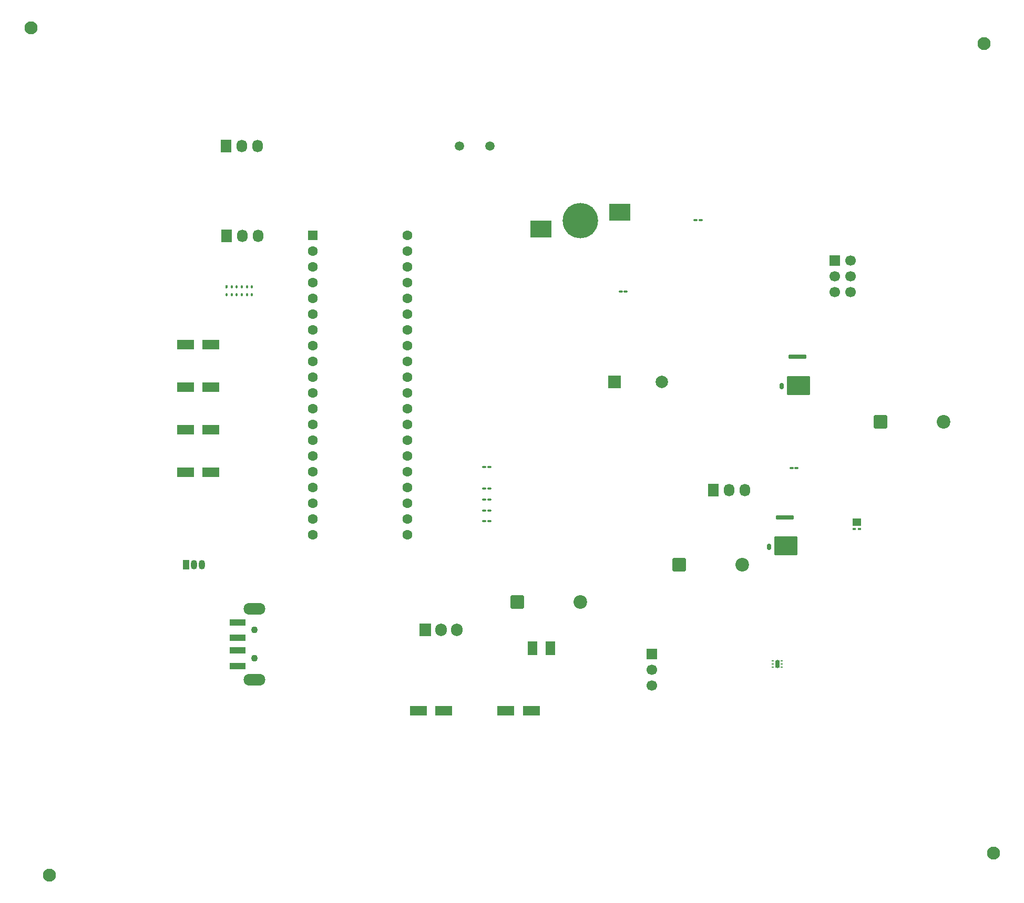
<source format=gbr>
%TF.GenerationSoftware,KiCad,Pcbnew,9.0.2*%
%TF.CreationDate,2025-05-15T00:42:05-04:00*%
%TF.ProjectId,ProjectScematic_PCBv2,50726f6a-6563-4745-9363-656d61746963,rev?*%
%TF.SameCoordinates,Original*%
%TF.FileFunction,Soldermask,Top*%
%TF.FilePolarity,Negative*%
%FSLAX46Y46*%
G04 Gerber Fmt 4.6, Leading zero omitted, Abs format (unit mm)*
G04 Created by KiCad (PCBNEW 9.0.2) date 2025-05-15 00:42:05*
%MOMM*%
%LPD*%
G01*
G04 APERTURE LIST*
G04 Aperture macros list*
%AMRoundRect*
0 Rectangle with rounded corners*
0 $1 Rounding radius*
0 $2 $3 $4 $5 $6 $7 $8 $9 X,Y pos of 4 corners*
0 Add a 4 corners polygon primitive as box body*
4,1,4,$2,$3,$4,$5,$6,$7,$8,$9,$2,$3,0*
0 Add four circle primitives for the rounded corners*
1,1,$1+$1,$2,$3*
1,1,$1+$1,$4,$5*
1,1,$1+$1,$6,$7*
1,1,$1+$1,$8,$9*
0 Add four rect primitives between the rounded corners*
20,1,$1+$1,$2,$3,$4,$5,0*
20,1,$1+$1,$4,$5,$6,$7,0*
20,1,$1+$1,$6,$7,$8,$9,0*
20,1,$1+$1,$8,$9,$2,$3,0*%
%AMOutline5P*
0 Free polygon, 5 corners , with rotation*
0 The origin of the aperture is its center*
0 number of corners: always 5*
0 $1 to $10 corner X, Y*
0 $11 Rotation angle, in degrees counterclockwise*
0 create outline with 5 corners*
4,1,5,$1,$2,$3,$4,$5,$6,$7,$8,$9,$10,$1,$2,$11*%
%AMOutline6P*
0 Free polygon, 6 corners , with rotation*
0 The origin of the aperture is its center*
0 number of corners: always 6*
0 $1 to $12 corner X, Y*
0 $13 Rotation angle, in degrees counterclockwise*
0 create outline with 6 corners*
4,1,6,$1,$2,$3,$4,$5,$6,$7,$8,$9,$10,$11,$12,$1,$2,$13*%
%AMOutline7P*
0 Free polygon, 7 corners , with rotation*
0 The origin of the aperture is its center*
0 number of corners: always 7*
0 $1 to $14 corner X, Y*
0 $15 Rotation angle, in degrees counterclockwise*
0 create outline with 7 corners*
4,1,7,$1,$2,$3,$4,$5,$6,$7,$8,$9,$10,$11,$12,$13,$14,$1,$2,$15*%
%AMOutline8P*
0 Free polygon, 8 corners , with rotation*
0 The origin of the aperture is its center*
0 number of corners: always 8*
0 $1 to $16 corner X, Y*
0 $17 Rotation angle, in degrees counterclockwise*
0 create outline with 8 corners*
4,1,8,$1,$2,$3,$4,$5,$6,$7,$8,$9,$10,$11,$12,$13,$14,$15,$16,$1,$2,$17*%
%AMFreePoly0*
4,1,14,0.100000,0.600000,0.350000,0.600000,0.350000,-0.600000,0.100000,-0.600000,0.100000,-0.650000,-0.100000,-0.650000,-0.100000,-0.600000,-0.350000,-0.600000,-0.350000,0.450000,-0.200000,0.600000,-0.100000,0.600000,-0.100000,0.650000,0.100000,0.650000,0.100000,0.600000,0.100000,0.600000,$1*%
G04 Aperture macros list end*
%ADD10Outline5P,-0.250000X0.175000X0.152000X0.175000X0.250000X0.077000X0.250000X-0.175000X-0.250000X-0.175000X270.000000*%
%ADD11RoundRect,0.087500X-0.087500X0.162500X-0.087500X-0.162500X0.087500X-0.162500X0.087500X0.162500X0*%
%ADD12RoundRect,0.062500X-0.112500X-0.062500X0.112500X-0.062500X0.112500X0.062500X-0.112500X0.062500X0*%
%ADD13FreePoly0,0.000000*%
%ADD14R,0.550000X0.380000*%
%ADD15R,1.400000X1.200000*%
%ADD16R,3.500000X2.700000*%
%ADD17C,5.700000*%
%ADD18RoundRect,0.250000X-1.137500X-0.550000X1.137500X-0.550000X1.137500X0.550000X-1.137500X0.550000X0*%
%ADD19C,2.100000*%
%ADD20RoundRect,0.100000X-0.217500X-0.100000X0.217500X-0.100000X0.217500X0.100000X-0.217500X0.100000X0*%
%ADD21RoundRect,0.249999X-0.850001X-0.850001X0.850001X-0.850001X0.850001X0.850001X-0.850001X0.850001X0*%
%ADD22C,2.200000*%
%ADD23R,1.700000X1.700000*%
%ADD24C,1.700000*%
%ADD25R,1.550000X2.200000*%
%ADD26C,1.100000*%
%ADD27R,2.500000X1.100000*%
%ADD28O,3.500000X1.900000*%
%ADD29R,1.730000X2.030000*%
%ADD30O,1.730000X2.030000*%
%ADD31RoundRect,0.250000X-0.550000X-0.550000X0.550000X-0.550000X0.550000X0.550000X-0.550000X0.550000X0*%
%ADD32C,1.600000*%
%ADD33R,2.000000X2.000000*%
%ADD34C,2.000000*%
%ADD35R,1.905000X2.000000*%
%ADD36O,1.905000X2.000000*%
%ADD37RoundRect,0.150000X-1.315000X-0.150000X1.315000X-0.150000X1.315000X0.150000X-1.315000X0.150000X0*%
%ADD38RoundRect,0.150000X-0.150000X-0.350000X0.150000X-0.350000X0.150000X0.350000X-0.150000X0.350000X0*%
%ADD39RoundRect,0.250000X-1.630000X-1.285000X1.630000X-1.285000X1.630000X1.285000X-1.630000X1.285000X0*%
%ADD40R,1.050000X1.500000*%
%ADD41O,1.050000X1.500000*%
%ADD42C,1.500000*%
G04 APERTURE END LIST*
D10*
%TO.C,J1*%
X68000000Y-65690000D03*
D11*
X68820000Y-65690000D03*
X69640000Y-65690000D03*
X70460000Y-65690000D03*
X71280000Y-65690000D03*
X72100000Y-65690000D03*
X72100000Y-67000000D03*
X71280000Y-67000000D03*
X70460000Y-67000000D03*
X69640000Y-67000000D03*
X68820000Y-67000000D03*
X68000000Y-67000000D03*
%TD*%
D12*
%TO.C,RF1*%
X156000000Y-126000000D03*
X156000000Y-126500000D03*
X156000000Y-127000000D03*
X157450000Y-127000000D03*
X157450000Y-126500000D03*
X157450000Y-126000000D03*
D13*
X156725000Y-126500000D03*
%TD*%
D14*
%TO.C,DIO3*%
X169980000Y-104692500D03*
X169080000Y-104692500D03*
D15*
X169530000Y-103652500D03*
%TD*%
D16*
%TO.C,D4*%
X118650000Y-56350000D03*
X131350000Y-53650000D03*
D17*
X125000000Y-55000000D03*
%TD*%
D18*
%TO.C,C1*%
X113000000Y-134000000D03*
X117125000Y-134000000D03*
%TD*%
D19*
%TO.C,H4*%
X39500000Y-160500000D03*
%TD*%
D20*
%TO.C,R1*%
X131500000Y-66500000D03*
X132315000Y-66500000D03*
%TD*%
D21*
%TO.C,D5*%
X140920000Y-110492500D03*
D22*
X151080000Y-110492500D03*
%TD*%
D18*
%TO.C,C5*%
X61375000Y-88700000D03*
X65500000Y-88700000D03*
%TD*%
D20*
%TO.C,R6*%
X109525000Y-101750000D03*
X110340000Y-101750000D03*
%TD*%
D18*
%TO.C,C3*%
X61375000Y-75000000D03*
X65500000Y-75000000D03*
%TD*%
%TO.C,C2*%
X98875000Y-134000000D03*
X103000000Y-134000000D03*
%TD*%
D23*
%TO.C,J2*%
X166000000Y-61500000D03*
D24*
X168540000Y-61500000D03*
X166000000Y-64040000D03*
X168540000Y-64040000D03*
X166000000Y-66580000D03*
X168540000Y-66580000D03*
%TD*%
D20*
%TO.C,R7*%
X109525000Y-103500000D03*
X110340000Y-103500000D03*
%TD*%
%TO.C,R5*%
X109525000Y-100000000D03*
X110340000Y-100000000D03*
%TD*%
D25*
%TO.C,D2*%
X120130000Y-123927500D03*
X117280000Y-123927500D03*
%TD*%
D18*
%TO.C,C4*%
X61375000Y-81850000D03*
X65500000Y-81850000D03*
%TD*%
D23*
%TO.C,DHT11-TEMP&HUMD1*%
X136500000Y-124920000D03*
D24*
X136500000Y-127460000D03*
X136500000Y-130000000D03*
%TD*%
D26*
%TO.C,J3*%
X72500000Y-121000000D03*
X72500000Y-125600000D03*
D27*
X69750000Y-119800000D03*
X69750000Y-122300000D03*
X69750000Y-124300000D03*
X69750000Y-126800000D03*
D28*
X72500000Y-117600000D03*
X72500000Y-129000000D03*
%TD*%
D29*
%TO.C,M1*%
X146420000Y-98500000D03*
D30*
X148960000Y-98500000D03*
X151500000Y-98500000D03*
%TD*%
D31*
%TO.C,U1*%
X81937500Y-57362500D03*
D32*
X81937500Y-59902500D03*
X81937500Y-62442500D03*
X81937500Y-64982500D03*
X81937500Y-67522500D03*
X81937500Y-70062500D03*
X81937500Y-72602500D03*
X81937500Y-75142500D03*
X81937500Y-77682500D03*
X81937500Y-80222500D03*
X81937500Y-82762500D03*
X81937500Y-85302500D03*
X81937500Y-87842500D03*
X81937500Y-90382500D03*
X81937500Y-92922500D03*
X81937500Y-95462500D03*
X81937500Y-98002500D03*
X81937500Y-100542500D03*
X81937500Y-103082500D03*
X81937500Y-105622500D03*
X97177500Y-105622500D03*
X97177500Y-103082500D03*
X97177500Y-100542500D03*
X97177500Y-98002500D03*
X97177500Y-95462500D03*
X97177500Y-92922500D03*
X97177500Y-90382500D03*
X97177500Y-87842500D03*
X97177500Y-85302500D03*
X97177500Y-82762500D03*
X97177500Y-80222500D03*
X97177500Y-77682500D03*
X97177500Y-75142500D03*
X97177500Y-72602500D03*
X97177500Y-70062500D03*
X97177500Y-67522500D03*
X97177500Y-64982500D03*
X97177500Y-62442500D03*
X97177500Y-59902500D03*
X97177500Y-57362500D03*
%TD*%
D33*
%TO.C,BZ1*%
X130500000Y-81000000D03*
D34*
X138100000Y-81000000D03*
%TD*%
D19*
%TO.C,H3*%
X191500000Y-157000000D03*
%TD*%
D20*
%TO.C,R4*%
X109525000Y-98250000D03*
X110340000Y-98250000D03*
%TD*%
D19*
%TO.C,H1*%
X36500000Y-24000000D03*
%TD*%
D35*
%TO.C,U2*%
X100000000Y-121000000D03*
D36*
X102540000Y-121000000D03*
X105080000Y-121000000D03*
%TD*%
D19*
%TO.C,H2*%
X190000000Y-26500000D03*
%TD*%
D29*
%TO.C,PIRSENSOR1*%
X68000000Y-57500000D03*
D30*
X70540000Y-57500000D03*
X73080000Y-57500000D03*
%TD*%
D18*
%TO.C,C6*%
X61375000Y-95550000D03*
X65500000Y-95550000D03*
%TD*%
D37*
%TO.C,Q1*%
X160000000Y-77000000D03*
D38*
X157460000Y-81720000D03*
D39*
X160140000Y-81580000D03*
%TD*%
D20*
%TO.C,R2*%
X109525000Y-94750000D03*
X110340000Y-94750000D03*
%TD*%
%TO.C,R8*%
X158995000Y-94875000D03*
X159810000Y-94875000D03*
%TD*%
D40*
%TO.C,AmbientTEMPSENSOR1*%
X61500000Y-110500000D03*
D41*
X62770000Y-110500000D03*
X64040000Y-110500000D03*
%TD*%
D20*
%TO.C,R3*%
X143557500Y-54987500D03*
X144372500Y-54987500D03*
%TD*%
D21*
%TO.C,D1*%
X114840000Y-116500000D03*
D22*
X125000000Y-116500000D03*
%TD*%
D42*
%TO.C,16MHz1*%
X105560000Y-43000000D03*
X110440000Y-43000000D03*
%TD*%
D29*
%TO.C,PIRSENSOR2*%
X67960000Y-43000000D03*
D30*
X70500000Y-43000000D03*
X73040000Y-43000000D03*
%TD*%
D37*
%TO.C,Q2*%
X157970000Y-102875000D03*
D38*
X155430000Y-107595000D03*
D39*
X158110000Y-107455000D03*
%TD*%
D21*
%TO.C,D3*%
X173340000Y-87500000D03*
D22*
X183500000Y-87500000D03*
%TD*%
M02*

</source>
